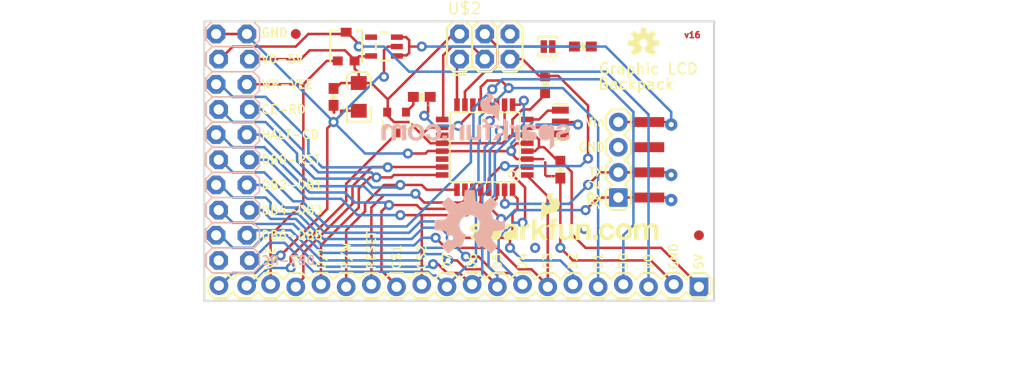
<source format=kicad_pcb>
(kicad_pcb (version 20211014) (generator pcbnew)
  (layers (0 "F.Cu" signal) (31 "B.Cu" signal) (34 "B.Paste" user) (35 "F.Paste" user) (36 "B.SilkS" user "B.Silkscreen") (37 "F.SilkS" user "F.Silkscreen") (38 "B.Mask" user) (39 "F.Mask" user) (44 "Edge.Cuts" user))
  (net 0 "")
  (net 1 "GND")
  (net 2 "TXD")
  (net 3 "RXD")
  (net 4 "VIN")
  (net 5 "5V")
  (net 6 "MISO")
  (net 7 "SCK")
  (net 8 "RST")
  (net 9 "MOSI")
  (net 10 "V0")
  (net 11 "DB0")
  (net 12 "DB1")
  (net 13 "DB2")
  (net 14 "DB3")
  (net 15 "DB4")
  (net 16 "DB5")
  (net 17 "DB6")
  (net 18 "DB7")
  (net 19 "CS2")
  (net 20 "CS1")
  (net 21 "RESET")
  (net 22 "R/W")
  (net 23 "D/I")
  (net 24 "EN")
  (net 25 "VEE")
  (net 26 "A")
  (net 27 "N$1")
  (net 28 "BL_EN")
  (net 29 "N$2")
  (net 30 "N$3")
  (net 31 "N$4")
  (footprint "boardEagle:0603-RES" (layer "F.Cu") (at 160.9692 93.4466 180)
    (fp_text reference "R4")
    (fp_text value "4.7K")
  )
  (footprint "boardEagle:EIA3216" (layer "F.Cu") (at 138.3792 98.5266 90)
    (fp_text reference "C4")
    (fp_text value "10uF")
  )
  (footprint "boardEagle:1X20_LOCK_SPECIAL" (layer "F.Cu") (at 172.6692 117.5766 180)
    (fp_text reference "JP3" hide)
    (fp_text value "M20SPECIAL" hide)
  )
  (footprint "boardEagle:0603-RES" (layer "F.Cu") (at 157.1592 97.2566 -90)
    (fp_text reference "R1")
    (fp_text value "10K")
  )
  (footprint "boardEagle:2X3" (layer "F.Cu") (at 148.5392 94.7166)
    (fp_text reference "U$2")
    (fp_text value "AVR_SPI_PRG_6PTH")
  )
  (footprint "boardEagle:1X04" (layer "F.Cu") (at 164.5412 108.6866 90)
    (fp_text reference "JP2")
    (fp_text value "")
  )
  (footprint "boardEagle:SJ_2S-NOTRACE" (layer "F.Cu") (at 157.4292 93.4466 180)
    (fp_text reference "SJ1")
    (fp_text value "SOLDERJUMPERNC2")
  )
  (footprint "boardEagle:0603-CAP" (layer "F.Cu") (at 158.6992 105.8766 90)
    (fp_text reference "C2")
    (fp_text value "0.1uF")
  )
  (footprint "boardEagle:TQFP32-08" (layer "F.Cu") (at 151.0792 103.6066 180)
    (fp_text reference "U2")
    (fp_text value "ATMEGA168")
  )
  (footprint "boardEagle:TRIMPOT-3MM" (layer "F.Cu") (at 137.1092 93.4466)
    (fp_text reference "R3")
    (fp_text value "TRIMPOTSMD")
  )
  (footprint "boardEagle:RESONATOR-SMD" (layer "F.Cu") (at 158.6992 101.0666 90)
    (fp_text reference "Y1")
    (fp_text value "RESONATORSMD")
  )
  (footprint "boardEagle:SOT23-5" (layer "F.Cu") (at 140.9192 93.4466 90)
    (fp_text reference "U1")
    (fp_text value "V_REG_LDOSMD")
  )
  (footprint "boardEagle:OSHW-LOGO-S" (layer "F.Cu") (at 167.0752 93.1006)
    (fp_text reference "LOGO3" hide)
    (fp_text value "OSHW-LOGOS" hide)
  )
  (footprint "boardEagle:FIDUCIAL-1X2" (layer "F.Cu") (at 172.6692 112.4966)
    (fp_text reference "U$10" hide)
    (fp_text value "FIDUCIAL1X2" hide)
  )
  (footprint "boardEagle:CREATIVE_COMMONS" (layer "F.Cu") (at 122.532544 125.4506)
    (fp_text reference "FRAME1" hide)
    (fp_text value "FRAME-LETTER" hide)
  )
  (footprint "boardEagle:SOT23-3" (layer "F.Cu") (at 142.1892 101.0666 180)
    (fp_text reference "Q1")
    (fp_text value "TRANSISTOR_PNPSMD")
  )
  (footprint "boardEagle:0603-CAP" (layer "F.Cu") (at 135.8392 98.5266 -90)
    (fp_text reference "C1")
    (fp_text value "0.1uF")
  )
  (footprint "boardEagle:SFE-NEW-WEBLOGO" (layer "F.Cu") (at 149.5552 113.8936)
    (fp_text reference "U$8" hide)
    (fp_text value "LOGO-SFENEW" hide)
  )
  (footprint "boardEagle:1X04-SMD" (layer "F.Cu") (at 172.6692 104.8766 90)
    (fp_text reference "JP1" hide)
    (fp_text value "" hide)
  )
  (footprint "boardEagle:FIDUCIAL-1X2" (layer "F.Cu") (at 132.0292 92.1766)
    (fp_text reference "U$9" hide)
    (fp_text value "FIDUCIAL1X2" hide)
  )
  (footprint "boardEagle:0603-RES" (layer "F.Cu") (at 144.7292 98.5266 180)
    (fp_text reference "R2")
    (fp_text value "330")
  )
  (footprint "boardEagle:OSHW-LOGO-L" (layer "B.Cu") (at 149.5552 111.4806 180)
    (fp_text reference "LOGO1" hide)
    (fp_text value "OSHW-LOGOL" hide)
  )
  (footprint "boardEagle:PAD.03X.05" (layer "B.Cu") (at 169.8752 106.4006 180)
    (fp_text reference "TP2" hide)
    (fp_text value "TXD" hide)
  )
  (footprint "boardEagle:PAD.03X.05" (layer "B.Cu") (at 169.8752 108.9406 180)
    (fp_text reference "TP1" hide)
    (fp_text value "RXD" hide)
  )
  (footprint "boardEagle:SFE-NEW-WEBLOGO" (layer "B.Cu") (at 159.7152 103.8606 180)
    (fp_text reference "LOGO2" hide)
    (fp_text value "LOGO-SFENEW" hide)
  )
  (footprint "boardEagle:PAD.03X.05" (layer "B.Cu") (at 169.8752 101.3206 180)
    (fp_text reference "TP3" hide)
    (fp_text value "VIN" hide)
  )
  (footprint "boardEagle:2X10_LOCK_SPECIAL" (layer "B.Cu") (at 125.6792 103.6066 -90)
    (fp_text reference "JP4" hide)
    (fp_text value "M10X2SPECIAL" hide)
  )
  (gr_line (start 174.1932 90.9066) (end 174.1932 119.1006) (layer "Edge.Cuts") (width 0.2032))
  (gr_line (start 122.809 90.9066) (end 174.1932 90.9066) (layer "Edge.Cuts") (width 0.2032))
  (gr_line (start 174.1932 119.1006) (end 122.809 119.1006) (layer "Edge.Cuts") (width 0.2032))
  (gr_line (start 122.809 119.1006) (end 122.809 90.9066) (layer "Edge.Cuts") (width 0.2032))
  (gr_text "v16" (at 172.9232 91.9226) (layer "F.Cu") (effects (font (size 0.6096 0.6096) (thickness 0.2032)) (justify right top)))
  (gr_text "DB7-NC" (at 128.4732 114.5286) (layer "B.SilkS") (effects (font (size 0.8636 0.8636) (thickness 0.1524)) (justify right top mirror)))
  (gr_text "Graphic LCD" (at 172.6692 95.0656) (layer "F.SilkS") (effects (font (size 1.0795 1.0795) (thickness 0.1905)) (justify right top)))
  (gr_text "D4" (at 155.3972 116.0526 90) (layer "F.SilkS") (effects (font (size 0.8636 0.8636) (thickness 0.1524)) (justify left bottom)))
  (gr_text "D2" (at 160.4772 116.0526 90) (layer "F.SilkS") (effects (font (size 0.8636 0.8636) (thickness 0.1524)) (justify left bottom)))
  (gr_text "RESET" (at 140.1572 116.0526 90) (layer "F.SilkS") (effects (font (size 0.8636 0.8636) (thickness 0.1524)) (justify left bottom)))
  (gr_text "CS1" (at 142.6972 116.0526 90) (layer "F.SilkS") (effects (font (size 0.8636 0.8636) (thickness 0.1524)) (justify left bottom)))
  (gr_text "DB0-RST" (at 128.4732 105.3846) (layer "F.SilkS") (effects (font (size 0.8636 0.8636) (thickness 0.1524)) (justify left bottom)))
  (gr_text "GND" (at 128.4732 92.5576) (layer "F.SilkS") (effects (font (size 0.8636 0.8636) (thickness 0.1524)) (justify left bottom)))
  (gr_text "D1" (at 163.0172 116.0526 90) (layer "F.SilkS") (effects (font (size 0.8636 0.8636) (thickness 0.1524)) (justify left bottom)))
  (gr_text "WR-VEE" (at 128.4732 97.7646) (layer "F.SilkS") (effects (font (size 0.8636 0.8636) (thickness 0.1524)) (justify left bottom)))
  (gr_text "TX" (at 163.1442 105.6386) (layer "F.SilkS") (effects (font (size 0.8636 0.8636) (thickness 0.1524)) (justify right top)))
  (gr_text "D3" (at 157.9372 116.0526 90) (layer "F.SilkS") (effects (font (size 0.8636 0.8636) (thickness 0.1524)) (justify left bottom)))
  (gr_text "V0-5V" (at 128.4732 95.2246) (layer "F.SilkS") (effects (font (size 0.8636 0.8636) (thickness 0.1524)) (justify left bottom)))
  (gr_text "CS2" (at 145.2372 116.0526 90) (layer "F.SilkS") (effects (font (size 0.8636 0.8636) (thickness 0.1524)) (justify left bottom)))
  (gr_text "D7" (at 147.7772 116.0526 90) (layer "F.SilkS") (effects (font (size 0.8636 0.8636) (thickness 0.1524)) (justify left bottom)))
  (gr_text "R/W" (at 137.6172 116.0526 90) (layer "F.SilkS") (effects (font (size 0.8636 0.8636) (thickness 0.1524)) (justify left bottom)))
  (gr_text "D0" (at 165.5572 116.0526 90) (layer "F.SilkS") (effects (font (size 0.8636 0.8636) (thickness 0.1524)) (justify left bottom)))
  (gr_text "DB2-DB1" (at 128.4732 107.9246) (layer "F.SilkS") (effects (font (size 0.8636 0.8636) (thickness 0.1524)) (justify left bottom)))
  (gr_text "RX" (at 163.1442 108.3056) (layer "F.SilkS") (effects (font (size 0.8636 0.8636) (thickness 0.1524)) (justify right top)))
  (gr_text "Vin" (at 163.2712 100.5586) (layer "F.SilkS") (effects (font (size 0.8636 0.8636) (thickness 0.1524)) (justify right top)))
  (gr_text "V0" (at 168.0972 116.0526 90) (layer "F.SilkS") (effects (font (size 0.8636 0.8636) (thickness 0.1524)) (justify left bottom)))
  (gr_text "Backpack" (at 162.3982 97.8596) (layer "F.SilkS") (effects (font (size 1.0795 1.0795) (thickness 0.1905)) (justify left bottom)))
  (gr_text "GND" (at 170.6372 116.0526 90) (layer "F.SilkS") (effects (font (size 0.8636 0.8636) (thickness 0.1524)) (justify left bottom)))
  (gr_text "En" (at 132.5372 116.0526 90) (layer "F.SilkS") (effects (font (size 0.8636 0.8636) (thickness 0.1524)) (justify left bottom)))
  (gr_text "DB4-DB3" (at 128.4732 110.4646) (layer "F.SilkS") (effects (font (size 0.8636 0.8636) (thickness 0.1524)) (justify left bottom)))
  (gr_text "CE-RD" (at 128.4732 100.3046) (layer "F.SilkS") (effects (font (size 0.8636 0.8636) (thickness 0.1524)) (justify left bottom)))
  (gr_text "D/I" (at 135.0772 116.0526 90) (layer "F.SilkS") (effects (font (size 0.8636 0.8636) (thickness 0.1524)) (justify left bottom)))
  (gr_text "HALT-CD" (at 128.4732 102.8446) (layer "F.SilkS") (effects (font (size 0.8636 0.8636) (thickness 0.1524)) (justify left bottom)))
  (gr_text "VEE" (at 129.9972 116.0526 90) (layer "F.SilkS") (effects (font (size 0.8636 0.8636) (thickness 0.1524)) (justify left bottom)))
  (gr_text "D5" (at 152.8572 116.0526 90) (layer "F.SilkS") (effects (font (size 0.8636 0.8636) (thickness 0.1524)) (justify left bottom)))
  (gr_text "D6" (at 150.3172 116.0526 90) (layer "F.SilkS") (effects (font (size 0.8636 0.8636) (thickness 0.1524)) (justify left bottom)))
  (gr_text "5V" (at 173.1772 116.0526 90) (layer "F.SilkS") (effects (font (size 0.8636 0.8636) (thickness 0.1524)) (justify left bottom)))
  (gr_text "DB6-DB5" (at 128.4732 113.0046) (layer "F.SilkS") (effects (font (size 0.8636 0.8636) (thickness 0.1524)) (justify left bottom)))
  (gr_text "GND" (at 163.2712 103.0986) (layer "F.SilkS") (effects (font (size 0.8636 0.8636) (thickness 0.1524)) (justify right top)))
  (segment (start 153.4922 104.0066) (end 153.4922 103.9876) (width 0.254) (layer "F.Cu") (net 1))
  (segment (start 153.9812 104.0066) (end 154.0002 103.9876) (width 0.254) (layer "F.Cu") (net 1))
  (segment (start 141.3002 93.4466) (end 142.2193 93.4466) (width 0.254) (layer "F.Cu") (net 1))
  (segment (start 157.3022 106.5276) (end 157.1752 106.4006) (width 0.254) (layer "F.Cu") (net 1))
  (segment (start 159.9692 115.0366) (end 167.5892 115.0366) (width 0.254) (layer "F.Cu") (net 1))
  (segment (start 135.8392 101.0666) (end 136.6012 100.3046) (width 0.254) (layer "F.Cu") (net 1))
  (segment (start 130.5052 114.5286) (end 135.2042 109.8296) (width 0.254) (layer "F.Cu") (net 1))
  (segment (start 170.1292 117.4496) (end 170.1292 117.3446) (width 0.254) (layer "F.Cu") (net 1))
  (segment (start 136.6012 99.9236) (end 138.3792 99.9236) (width 0.254) (layer "F.Cu") (net 1))
  (segment (start 143.3322 104.2416) (end 145.1102 104.2416) (width 0.254) (layer "F.Cu") (net 1))
  (segment (start 154.3112 104.8066) (end 155.3718 104.8066) (width 0.254) (layer "F.Cu") (net 1))
  (segment (start 146.7612 103.9876) (end 146.7802 104.0066) (width 0.254) (layer "F.Cu") (net 1))
  (segment (start 157.1752 106.4006) (end 157.1752 105.1306) (width 0.254) (layer "F.Cu") (net 1))
  (segment (start 153.4922 104.0066) (end 153.9812 104.0066) (width 0.254) (layer "F.Cu") (net 1))
  (segment (start 160.2232 101.0666) (end 158.6992 101.0666) (width 0.254) (layer "F.Cu") (net 1))
  (segment (start 135.2042 109.8296) (end 135.2042 101.7016) (width 0.254) (layer "F.Cu") (net 1))
  (segment (start 158.6992 106.5276) (end 157.3022 106.5276) (width 0.254) (layer "F.Cu") (net 1))
  (segment (start 146.7802 104.0066) (end 146.7866 104.0066) (width 0.254) (layer "F.Cu") (net 1))
  (segment (start 170.1292 117.3446) (end 167.8852 115.1006) (width 0.254) (layer "F.Cu") (net 1))
  (segment (start 146.7866 104.0066) (end 153.4922 104.0066) (width 0.254) (layer "F.Cu") (net 1))
  (segment (start 155.3972 103.2256) (end 155.3782 103.2066) (width 0.254) (layer "F.Cu") (net 1))
  (segment (start 158.6992 106.7266) (end 158.6992 113.7666) (width 0.254) (layer "F.Cu") (net 1))
  (segment (start 158.6992 106.7266) (end 158.6992 106.5276) (width 0.254) (layer "F.Cu") (net 1))
  (segment (start 155.3718 104.8066) (end 156.9782 104.8066) (width 0.254) (layer "F.Cu") (net 1))
  (segment (start 154.0002 103.9876) (end 154.0002 103.4796) (width 0.254) (layer "F.Cu") (net 1))
  (segment (start 155.3782 103.2066) (end 155.3718 103.2066) (width 0.254) (layer "F.Cu") (net 1))
  (segment (start 145.3642 103.9876) (end 146.7612 103.9876) (width 0.254) (layer "F.Cu") (net 1))
  (segment (start 154.0002 103.4796) (end 154.2542 103.2256) (width 0.254) (layer "F.Cu") (net 1))
  (segment (start 138.3792 99.9236) (end 138.3792 99.9266) (width 0.254) (layer "F.Cu") (net 1))
  (segment (start 154.0002 104.4956) (end 154.3112 104.8066) (width 0.254) (layer "F.Cu") (net 1))
  (segment (start 135.8542 100.0696) (end 135.8852 100.1006) (width 0.254) (layer "F.Cu") (net 1))
  (segment (start 154.0002 103.9876) (end 154.0002 104.4956) (width 0.254) (layer "F.Cu") (net 1))
  (segment (start 140.9192 96.4946) (end 140.9192 93.8276) (width 0.254) (layer "F.Cu") (net 1))
  (segment (start 153.4922 103.9876) (end 153.7462 103.9876) (width 0.254) (layer "F.Cu") (net 1))
  (segment (start 145.1102 104.2416) (end 145.3642 103.9876) (width 0.254) (layer "F.Cu") (net 1))
  (segment (start 135.8542 99.1316) (end 135.8542 100.0696) (width 0.254) (layer "F.Cu") (net 1))
  (segment (start 135.8542 99.1316) (end 135.8852 99.1006) (width 0.254) (layer "F.Cu") (net 1))
  (segment (start 136.6012 100.3046) (end 136.6012 99.9236) (width 0.254) (layer "F.Cu") (net 1))
  (segment (start 140.9192 93.8276) (end 141.3002 93.4466) (width 0.254) (layer "F.Cu") (net 1))
  (segment (start 127.1016 92.1766) (end 124.0028 92.1766) (width 0.254) (layer "F.Cu") (net 1))
  (segment (start 135.8852 100.1006) (end 135.8852 99.1006) (width 0.254) (layer "F.Cu") (net 1))
  (segment (start 154.2542 103.2256) (end 155.3972 103.2256) (width 0.254) (layer "F.Cu") (net 1))
  (segment (start 167.6692 103.6066) (end 168.3512 103.6066) (width 0.254) (layer "F.Cu") (net 1))
  (segment (start 160.4772 101.3206) (end 160.2232 101.0666) (width 0.254) (layer "F.Cu") (net 1))
  (segment (start 135.2042 101.7016) (end 135.8392 101.0666) (width 0.254) (layer "F.Cu") (net 1))
  (segment (start 158.6992 113.7666) (end 159.9692 115.0366) (width 0.254) (layer "F.Cu") (net 1))
  (via (at 156.1592 113.7666) (size 1.016) (drill 0.508) (layers "F.Cu" "B.Cu") (net 1))
  (via (at 153.7462 103.9876) (size 1.016) (drill 0.508) (layers "F.Cu" "B.Cu") (net 1))
  (via (at 130.5052 114.5286) (size 1.016) (drill 0.508) (layers "F.Cu" "B.Cu") (net 1))
  (via (at 161.1122 111.8616) (size 1.016) (drill 0.508) (layers "F.Cu" "B.Cu") (net 1))
  (via (at 160.4772 101.3206) (size 1.016) (drill 0.508) (layers "F.Cu" "B.Cu") (net 1))
  (via (at 143.3322 104.2416) (size 1.016) (drill 0.508) (layers "F.Cu" "B.Cu") (net 1))
  (via (at 135.8392 101.0666) (size 1.016) (drill 0.508) (layers "F.Cu" "B.Cu") (net 1))
  (via (at 140.9192 96.4946) (size 1.016) (drill 0.508) (layers "F.Cu" "B.Cu") (net 1))
  (via (at 158.6992 113.7666) (size 1.016) (drill 0.508) (layers "F.Cu" "B.Cu") (net 1))
  (segment (start 139.0142 104.2416) (end 143.3322 104.2416) (width 0.254) (layer "B.Cu") (net 1))
  (segment (start 127.1016 92.317) (end 135.8852 101.1006) (width 0.254) (layer "B.Cu") (net 1))
  (segment (start 125.6792 116.3066) (end 127.9652 116.3066) (width 0.254) (layer "B.Cu") (net 1))
  (segment (start 127.1016 92.1766) (end 127.1016 92.317) (width 0.254) (layer "B.Cu") (net 1))
  (segment (start 129.8702 115.1636) (end 128.9812 115.1636) (width 0.254) (layer "B.Cu") (net 1))
  (segment (start 135.8392 101.0666) (end 139.0142 104.2416) (width 0.254) (layer "B.Cu") (net 1))
  (segment (start 127.9652 116.3066) (end 129.7432 114.5286) (width 0.254) (layer "B.Cu") (net 1))
  (segment (start 129.7432 114.5286) (end 130.5052 114.5286) (width 0.254) (layer "B.Cu") (net 1))
  (segment (start 135.8392 101.0666) (end 140.4112 96.4946) (width 0.254) (layer "B.Cu") (net 1))
  (segment (start 156.2862 101.3206) (end 160.4772 101.3206) (width 0.254) (layer "B.Cu") (net 1))
  (segment (start 153.7462 103.9876) (end 153.7462 103.2396) (width 0.254) (layer "B.Cu") (net 1))
  (segment (start 124.2822 117.5766) (end 124.4092 117.5766) (width 0.254) (layer "B.Cu") (net 1))
  (segment (start 125.6792 116.3066) (end 124.4092 117.5766) (width 0.254) (layer "B.Cu") (net 1))
  (segment (start 140.4112 96.4946) (end 140.9192 96.4946) (width 0.254) (layer "B.Cu") (net 1))
  (segment (start 153.7462 103.2396) (end 155.8852 101.1006) (width 0.254) (layer "B.Cu") (net 1))
  (segment (start 130.5052 114.5286) (end 129.8702 115.1636) (width 0.254) (layer "B.Cu") (net 1))
  (segment (start 124.2822 117.5766) (end 124.5362 117.5766) (width 0.254) (layer "B.Cu") (net 1))
  (segment (start 153.0792 109.2896) (end 153.0792 107.8992) (width 0.254) (layer "F.Cu") (net 2))
  (segment (start 153.1112 109.3216) (end 153.0792 109.2896) (width 0.254) (layer "F.Cu") (net 2))
  (segment (start 161.4932 107.4166) (end 162.7632 106.1466) (width 0.254) (layer "F.Cu") (net 2))
  (segment (start 162.7632 106.1466) (end 164.5412 106.1466) (width 0.254) (layer "F.Cu") (net 2))
  (segment (start 167.6692 106.1466) (end 169.6212 106.1466) (width 0.254) (layer "F.Cu") (net 2))
  (segment (start 164.5412 106.1466) (end 167.6692 106.1466) (width 0.254) (layer "F.Cu") (net 2))
  (segment (start 164.5412 106.1466) (end 167.6692 106.1466) (width 0.254) (layer "F.Cu") (net 2))
  (segment (start 169.6212 106.1466) (end 169.8752 106.4006) (width 0.254) (layer "F.Cu") (net 2))
  (via (at 169.8752 106.4006) (size 1.016) (drill 0.508) (layers "F.Cu" "B.Cu") (net 2))
  (via (at 153.1112 109.3216) (size 1.016) (drill 0.508) (layers "F.Cu" "B.Cu") (net 2))
  (via (at 161.4932 107.4166) (size 1.016) (drill 0.508) (layers "F.Cu" "B.Cu") (net 2))
  (segment (start 159.5882 109.3216) (end 161.4932 107.4166) (width 0.254) (layer "B.Cu") (net 2))
  (segment (start 153.1112 109.3216) (end 159.5882 109.3216) (width 0.254) (layer "B.Cu") (net 2))
  (segment (start 162.5092 108.6866) (end 163.5252 108.6866) (width 0.254) (layer "F.Cu") (net 3))
  (segment (start 152.2792 108.7566) (end 152.2792 107.8992) (width 0.254) (layer "F.Cu") (net 3))
  (segment (start 164.5412 108.6866) (end 167.6692 108.6866) (width 0.254) (layer "F.Cu") (net 3))
  (segment (start 151.7142 109.3216) (end 152.2792 108.7566) (width 0.254) (layer "F.Cu") (net 3))
  (segment (start 161.2392 109.9566) (end 162.5092 108.6866) (width 0.254) (layer "F.Cu") (net 3))
  (segment (start 167.6692 108.6866) (end 169.6212 108.6866) (width 0.254) (layer "F.Cu") (net 3))
  (segment (start 163.5252 108.6866) (end 164.5412 108.6866) (width 0.254) (layer "F.Cu") (net 3))
  (segment (start 151.7142 109.8296) (end 151.7142 109.3216) (width 0.254) (layer "F.Cu") (net 3))
  (segment (start 169.6212 108.6866) (end 169.8752 108.9406) (width 0.254) (layer "F.Cu") (net 3))
  (segment (start 152.7302 110.8456) (end 151.7142 109.8296) (width 0.254) (layer "F.Cu") (net 3))
  (via (at 152.7302 110.8456) (size 1.016) (drill 0.508) (layers "F.Cu" "B.Cu") (net 3))
  (via (at 161.2392 109.9566) (size 1.016) (drill 0.508) (layers "F.Cu" "B.Cu") (net 3))
  (via (at 169.8752 108.9406) (size 1.016) (drill 0.508) (layers "F.Cu" "B.Cu") (net 3))
  (segment (start 153.2382 110.8456) (end 154.1272 109.9566) (width 0.254) (layer "B.Cu") (net 3))
  (segment (start 152.7302 110.8456) (end 153.2382 110.8456) (width 0.254) (layer "B.Cu") (net 3))
  (segment (start 154.1272 109.9566) (end 161.2392 109.9566) (width 0.254) (layer "B.Cu") (net 3))
  (segment (start 143.4592 93.4466) (end 144.7292 93.4466) (width 0.254) (layer "F.Cu") (net 4))
  (segment (start 142.3162 94.3356) (end 143.2052 94.3356) (width 0.254) (layer "F.Cu") (net 4))
  (segment (start 142.2193 92.4607) (end 142.1892 92.4306) (width 0.254) (layer "F.Cu") (net 4))
  (segment (start 143.4592 94.0816) (end 143.4592 93.4466) (width 0.254) (layer "F.Cu") (net 4))
  (segment (start 142.2193 94.3966) (end 142.2552 94.3966) (width 0.254) (layer "F.Cu") (net 4))
  (segment (start 143.4592 92.8116) (end 143.1442 92.4966) (width 0.254) (layer "F.Cu") (net 4))
  (segment (start 169.8752 101.3206) (end 169.6212 101.0666) (width 0.254) (layer "F.Cu") (net 4))
  (segment (start 142.2193 92.4966) (end 142.2193 92.4607) (width 0.254) (layer "F.Cu") (net 4))
  (segment (start 143.2052 94.3356) (end 143.4592 94.0816) (width 0.254) (layer "F.Cu") (net 4))
  (segment (start 143.4592 93.4466) (end 143.4592 92.8116) (width 0.254) (layer "F.Cu") (net 4))
  (segment (start 143.1442 92.4966) (end 142.2193 92.4966) (width 0.254) (layer "F.Cu") (net 4))
  (segment (start 167.6692 101.0666) (end 164.5412 101.0666) (width 0.254) (layer "F.Cu") (net 4))
  (segment (start 169.6212 101.0666) (end 167.6692 101.0666) (width 0.254) (layer "F.Cu") (net 4))
  (segment (start 142.2552 94.3966) (end 142.3162 94.3356) (width 0.254) (layer "F.Cu") (net 4))
  (via (at 169.8752 101.3206) (size 1.016) (drill 0.508) (layers "F.Cu" "B.Cu") (net 4))
  (via (at 144.7292 93.4466) (size 1.016) (drill 0.508) (layers "F.Cu" "B.Cu") (net 4))
  (segment (start 169.8752 100.0506) (end 169.8752 101.3206) (width 0.254) (layer "B.Cu") (net 4))
  (segment (start 163.2712 93.4466) (end 169.8752 100.0506) (width 0.254) (layer "B.Cu") (net 4))
  (segment (start 144.7292 93.4466) (end 163.2712 93.4466) (width 0.254) (layer "B.Cu") (net 4))
  (segment (start 145.5992 103.2066) (end 146.7866 103.2066) (width 0.254) (layer "F.Cu") (net 5))
  (segment (start 141.3002 100.0506) (end 141.2842 100.0666) (width 0.254) (layer "F.Cu") (net 5))
  (segment (start 156.1022 102.4066) (end 156.5402 102.8446) (width 0.254) (layer "F.Cu") (net 5))
  (segment (start 144.7292 102.3366) (end 145.5992 103.2066) (width 0.254) (layer "F.Cu") (net 5))
  (segment (start 138.3792 97.1266) (end 139.6462 97.1266) (width 0.254) (layer "F.Cu") (net 5))
  (segment (start 156.1402 104.0066) (end 155.3718 104.0066) (width 0.254) (layer "F.Cu") (net 5))
  (segment (start 153.8732 100.8126) (end 154.8892 99.7966) (width 0.254) (layer "F.Cu") (net 5))
  (segment (start 157.1592 98.2886) (end 155.6512 99.7966) (width 0.254) (layer "F.Cu") (net 5))
  (segment (start 139.6462 97.1266) (end 141.3002 98.7806) (width 0.254) (layer "F.Cu") (net 5))
  (segment (start 133.4262 93.8276) (end 136.9822 93.8276) (width 0.254) (layer "F.Cu") (net 5))
  (segment (start 158.8852 105.1436) (end 159.8422 106.1006) (width 0.254) (layer "F.Cu") (net 5))
  (segment (start 153.8732 102.4636) (end 155.3972 102.4636) (width 0.254) (layer "F.Cu") (net 5))
  (segment (start 138.3792 96.1136) (end 138.3792 97.1266) (width 0.254) (layer "F.Cu") (net 5))
  (segment (start 155.3718 102.4382) (end 155.3718 102.4066) (width 0.254) (layer "F.Cu") (net 5))
  (segment (start 159.8422 106.1006) (end 159.8422 112.3696) (width 0.254) (layer "F.Cu") (net 5))
  (segment (start 172.6692 117.7036) (end 172.6692 117.5766) (width 0.254) (layer "F.Cu") (net 5))
  (segment (start 158.6992 105.0266) (end 158.4682 105.0266) (width 0.254) (layer "F.Cu") (net 5))
  (segment (start 156.5402 103.6066) (end 156.1402 104.0066) (width 0.254) (layer "F.Cu") (net 5))
  (segment (start 141.3002 98.7806) (end 141.3002 100.0506) (width 0.254) (layer "F.Cu") (net 5))
  (segment (start 137.9592 95.6936) (end 138.3792 96.1136) (width 0.254) (layer "F.Cu") (net 5))
  (segment (start 155.3972 102.4636) (end 155.3718 102.4382) (width 0.254) (layer "F.Cu") (net 5))
  (segment (start 137.9592 94.8826) (end 137.9592 94.8966) (width 0.254) (layer "F.Cu") (net 5))
  (segment (start 172.6692 117.5766) (end 168.8592 113.7666) (width 0.254) (layer "F.Cu") (net 5))
  (segment (start 146.7866 103.2066) (end 152.8762 103.2066) (width 0.254) (layer "F.Cu") (net 5))
  (segment (start 137.9982 94.8436) (end 138.4093 94.4325) (width 0.254) (layer "F.Cu") (net 5))
  (segment (start 152.8762 103.2066) (end 153.6192 102.4636) (width 0.254) (layer "F.Cu") (net 5))
  (segment (start 153.6192 102.4636) (end 153.8732 102.4636) (width 0.254) (layer "F.Cu") (net 5))
  (segment (start 138.3792 97.1296) (end 136.5862 97.1296) (width 0.254) (layer "F.Cu") (net 5))
  (segment (start 159.8422 112.3696) (end 161.2392 113.7666) (width 0.254) (layer "F.Cu") (net 5))
  (segment (start 161.2392 113.7666) (end 168.8592 113.7666) (width 0.254) (layer "F.Cu") (net 5))
  (segment (start 158.4682 105.0266) (end 157.0482 103.6066) (width 0.254) (layer "F.Cu") (net 5))
  (segment (start 138.4093 94.4325) (end 139.6191 94.4325) (width 0.254) (layer "F.Cu") (net 5))
  (segment (start 135.8392 97.6766) (end 136.0392 97.6766) (width 0.254) (layer "F.Cu") (net 5))
  (segment (start 153.8732 102.4636) (end 153.8732 100.8126) (width 0.254) (layer "F.Cu") (net 5))
  (segment (start 145.4592 101.6066) (end 146.7866 101.6066) (width 0.254) (layer "F.Cu") (net 5))
  (segment (start 137.9982 94.8436) (end 137.9592 94.8826) (width 0.254) (layer "F.Cu") (net 5))
  (segment (start 141.2392 100.0666) (end 141.2392 100.3706) (width 0.254) (layer "F.Cu") (net 5))
  (segment (start 127.3556 94.7166) (end 132.5372 94.7166) (width 0.254) (layer "F.Cu") (net 5))
  (segment (start 138.3792 97.1266) (end 138.3792 97.1296) (width 0.254) (layer "F.Cu") (net 5))
  (segment (start 136.9822 93.8276) (end 137.9982 94.8436) (width 0.254) (layer "F.Cu") (net 5))
  (segment (start 141.3002 98.7806) (end 147.9042 92.1766) (width 0.254) (layer "F.Cu") (net 5))
  (segment (start 136.0392 97.6766) (end 136.5862 97.1296) (width 0.254) (layer "F.Cu") (net 5))
  (segment (start 157.1592 98.1066) (end 157.1592 98.2886) (width 0.254) (layer "F.Cu") (net 5))
  (segment (start 155.3718 102.4066) (end 156.1022 102.4066) (width 0.254) (layer "F.Cu") (net 5))
  (segment (start 141.2842 100.0666) (end 141.2392 100.0666) (width 0.254) (layer "F.Cu") (net 5))
  (segment (start 158.8112 105.0266) (end 158.8852 105.1006) (width 0.254) (layer "F.Cu") (net 5))
  (segment (start 154.8892 99.7966) (end 155.6512 99.7966) (width 0.254) (layer "F.Cu") (net 5))
  (segment (start 139.6191 94.4325) (end 139.6191 94.3966) (width 0.254) (layer "F.Cu") (net 5))
  (segment (start 141.2392 100.3706) (end 141.9352 101.0666) (width 0.254) (layer "F.Cu") (net 5))
  (segment (start 143.4592 101.0666) (end 144.7292 102.3366) (width 0.254) (layer "F.Cu") (net 5))
  (segment (start 156.5402 102.8446) (end 156.5402 103.6066) (width 0.254) (layer "F.Cu") (net 5))
  (segment (start 139.6191 94.4325) (end 139.9333 94.4325) (width 0.254) (layer "F.Cu") (net 5))
  (segment (start 147.9042 92.1766) (end 148.5392 92.1766) (width 0.254) (layer "F.Cu") (net 5))
  (segment (start 141.9352 101.0666) (end 143.4592 101.0666) (width 0.254) (layer "F.Cu") (net 5))
  (segment (start 137.9592 94.8966) (end 137.9592 95.6936) (width 0.254) (layer "F.Cu") (net 5))
  (segment (start 158.6992 105.0266) (end 158.8112 105.0266) (width 0.254) (layer "F.Cu") (net 5))
  (segment (start 144.7292 102.3366) (end 145.4592 101.6066) (width 0.254) (layer "F.Cu") (net 5))
  (segment (start 132.5372 94.7166) (end 133.4262 93.8276) (width 0.254) (layer "F.Cu") (net 5))
  (segment (start 156.5402 103.6066) (end 157.0482 103.6066) (width 0.254) (layer "F.Cu") (net 5))
  (segment (start 158.8852 105.1006) (end 158.8852 105.1436) (width 0.254) (layer "F.Cu") (net 5))
  (segment (start 148.2792 94.9766) (end 148.5392 94.7166) (width 0.254) (layer "F.Cu") (net 6))
  (segment (start 148.2792 99.314) (end 148.2792 94.9766) (width 0.254) (layer "F.Cu") (net 6))
  (segment (start 146.7672 100.8066) (end 146.7612 100.8126) (width 0.254) (layer "F.Cu") (net 7))
  (segment (start 149.8092 93.4466) (end 151.0792 94.7166) (width 0.254) (layer "F.Cu") (net 7))
  (segment (start 146.8882 94.3356) (end 147.7772 93.4466) (width 0.254) (layer "F.Cu") (net 7))
  (segment (start 146.8882 100.6856) (end 146.8882 94.3356) (width 0.254) (layer "F.Cu") (net 7))
  (segment (start 146.7672 100.8066) (end 146.8882 100.6856) (width 0.254) (layer "F.Cu") (net 7))
  (segment (start 146.7866 100.8066) (end 146.7672 100.8066) (width 0.254) (layer "F.Cu") (net 7))
  (segment (start 147.7772 93.4466) (end 149.8092 93.4466) (width 0.254) (layer "F.Cu") (net 7))
  (segment (start 161.4932 99.4156) (end 158.4842 96.4066) (width 0.254) (layer "F.Cu") (net 8))
  (segment (start 151.4792 106.7626) (end 152.7302 105.5116) (width 0.254) (layer "F.Cu") (net 8))
  (segment (start 157.1592 96.4066) (end 158.4842 96.4066) (width 0.254) (layer "F.Cu") (net 8))
  (segment (start 156.1592 95.9866) (end 156.0792 95.9066) (width 0.254) (layer "F.Cu") (net 8))
  (segment (start 151.4792 107.8992) (end 151.4792 106.7626) (width 0.254) (layer "F.Cu") (net 8))
  (segment (start 156.5792 96.4066) (end 156.1592 95.9866) (width 0.254) (layer "F.Cu") (net 8))
  (segment (start 161.4932 104.7496) (end 161.4932 99.4156) (width 0.254) (layer "F.Cu") (net 8))
  (segment (start 154.8892 94.7166) (end 153.6192 94.7166) (width 0.254) (layer "F.Cu") (net 8))
  (segment (start 152.7302 105.5116) (end 153.1112 105.5116) (width 0.254) (layer "F.Cu") (net 8))
  (segment (start 157.1592 96.4066) (end 156.5792 96.4066) (width 0.254) (layer "F.Cu") (net 8))
  (segment (start 156.0792 95.9066) (end 154.8892 94.7166) (width 0.254) (layer "F.Cu") (net 8))
  (via (at 161.4932 104.7496) (size 1.016) (drill 0.508) (layers "F.Cu" "B.Cu") (net 8))
  (via (at 153.1112 105.5116) (size 1.016) (drill 0.508) (layers "F.Cu" "B.Cu") (net 8))
  (segment (start 160.7312 105.5116) (end 161.4932 104.7496) (width 0.254) (layer "B.Cu") (net 8))
  (segment (start 153.1112 105.5116) (end 160.7312 105.5116) (width 0.254) (layer "B.Cu") (net 8))
  (segment (start 152.3492 93.4466) (end 157.0292 93.4466) (width 0.254) (layer "F.Cu") (net 9))
  (segment (start 149.0792 97.9866) (end 151.0792 95.9866) (width 0.254) (layer "F.Cu") (net 9))
  (segment (start 151.0792 95.9866) (end 151.7142 95.9866) (width 0.254) (layer "F.Cu") (net 9))
  (segment (start 152.3492 93.4466) (end 151.0792 92.1766) (width 0.254) (layer "F.Cu") (net 9))
  (segment (start 149.0792 99.314) (end 149.0792 97.9866) (width 0.254) (layer "F.Cu") (net 9))
  (segment (start 152.3492 95.3516) (end 152.3492 93.4466) (width 0.254) (layer "F.Cu") (net 9))
  (segment (start 151.7142 95.9866) (end 152.3492 95.3516) (width 0.254) (layer "F.Cu") (net 9))
  (segment (start 137.1832 91.9966) (end 138.3792 93.1926) (width 0.254) (layer "F.Cu") (net 10))
  (segment (start 133.2992 92.1766) (end 136.8552 92.1766) (width 0.254) (layer "F.Cu") (net 10))
  (segment (start 132.0292 93.4466) (end 133.2992 92.1766) (width 0.254) (layer "F.Cu") (net 10))
  (segment (start 138.3792 93.1926) (end 138.3792 93.4466) (width 0.254) (layer "F.Cu") (net 10))
  (segment (start 136.8552 92.1766) (end 137.1092 91.9226) (width 0.254) (layer "F.Cu") (net 10))
  (segment (start 125.6792 93.4466) (end 132.0292 93.4466) (width 0.254) (layer "F.Cu") (net 10))
  (segment (start 137.1092 91.9226) (end 137.1092 91.9966) (width 0.254) (layer "F.Cu") (net 10))
  (segment (start 137.1092 91.9966) (end 137.1832 91.9966) (width 0.254) (layer "F.Cu") (net 10))
  (segment (start 124.4092 94.7166) (end 125.6792 93.4466) (width 0.254) (layer "F.Cu") (net 10))
  (segment (start 124.2568 94.7166) (end 124.4092 94.7166) (width 0.254) (layer "F.Cu") (net 10))
  (via (at 138.3792 93.4466) (size 1.016) (drill 0.508) (layers "F.Cu" "B.Cu") (net 10))
  (segment (start 140.9192 93.4466) (end 143.4592 95.9866) (width 0.254) (layer "B.Cu") (net 10))
  (segment (start 163.2712 95.9866) (end 167.5892 100.3046) (width 0.254) (layer "B.Cu") (net 10))
  (segment (start 167.5892 100.3046) (end 167.5892 117.7036) (width 0.254) (layer "B.Cu") (net 10))
  (segment (start 143.4592 95.9866) (end 163.2712 95.9866) (width 0.254) (layer "B.Cu") (net 10))
  (segment (start 138.3792 93.4466) (end 140.9192 93.4466) (width 0.254) (layer "B.Cu") (net 10))
  (segment (start 151.8412 97.7646) (end 151.4792 98.1266) (width 0.254) (layer "F.Cu") (net 11))
  (segment (start 151.4792 98.1266) (end 151.4792 99.314) (width 0.254) (layer "F.Cu") (net 11))
  (via (at 151.8412 97.7646) (size 1.016) (drill 0.508) (layers "F.Cu" "B.Cu") (net 11))
  (segment (start 165.0492 112.4966) (end 165.0492 117.4496) (width 0.254) (layer "B.Cu") (net 11))
  (segment (start 135.2042 111.6076) (end 143.2052 111.6076) (width 0.254) (layer "B.Cu") (net 11))
  (segment (start 125.6792 106.1466) (end 128.8542 106.1466) (width 0.254) (layer "B.Cu") (net 11))
  (segment (start 132.6642 109.0676) (end 135.2042 111.6076) (width 0.254) (layer "B.Cu") (net 11))
  (segment (start 149.6822 105.1306) (end 149.6822 102.8446) (width 0.254) (layer "B.Cu") (net 11))
  (segment (start 149.6822 102.8446) (end 149.9362 102.5906) (width 0.254) (layer "B.Cu") (net 11))
  (segment (start 124.4092 104.8766) (end 125.6792 106.1466) (width 0.254) (layer "B.Cu") (net 11))
  (segment (start 128.8542 106.1466) (end 131.7752 109.0676) (width 0.254) (layer "B.Cu") (net 11))
  (segment (start 149.9362 99.6696) (end 151.8412 97.7646) (width 0.254) (layer "B.Cu") (net 11))
  (segment (start 151.8412 97.7646) (end 152.8572 96.7486) (width 0.254) (layer "B.Cu") (net 11))
  (segment (start 166.0652 111.4806) (end 165.0492 112.4966) (width 0.254) (layer "B.Cu") (net 11))
  (segment (start 143.2052 111.6076) (end 149.6822 105.1306) (width 0.254) (layer "B.Cu") (net 11))
  (segment (start 166.0652 100.0506) (end 166.0652 111.4806) (width 0.254) (layer "B.Cu") (net 11))
  (segment (start 149.9362 102.5906) (end 149.9362 99.6696) (width 0.254) (layer "B.Cu") (net 11))
  (segment (start 131.7752 109.0676) (end 132.6642 109.0676) (width 0.254) (layer "B.Cu") (net 11))
  (segment (start 162.7632 96.7486) (end 166.0652 100.0506) (width 0.254) (layer "B.Cu") (net 11))
  (segment (start 124.2568 104.8766) (end 124.4092 104.8766) (width 0.254) (layer "B.Cu") (net 11))
  (segment (start 152.8572 96.7486) (end 162.7632 96.7486) (width 0.254) (layer "B.Cu") (net 11))
  (segment (start 152.7302 96.8756) (end 151.3332 96.8756) (width 0.254) (layer "F.Cu") (net 12))
  (segment (start 150.6792 97.5296) (end 150.6792 99.314) (width 0.254) (layer "F.Cu") (net 12))
  (segment (start 151.3332 96.8756) (end 150.6792 97.5296) (width 0.254) (layer "F.Cu") (net 12))
  (segment (start 153.4922 97.6376) (end 152.7302 96.8756) (width 0.254) (layer "F.Cu") (net 12))
  (via (at 153.4922 97.6376) (size 1.016) (drill 0.508) (layers "F.Cu" "B.Cu") (net 12))
  (segment (start 150.4442 107.0356) (end 150.4442 103.3526) (width 0.254) (layer "B.Cu") (net 12))
  (segment (start 162.5092 101.1936) (end 162.5092 117.7036) (width 0.254) (layer "B.Cu") (net 12))
  (segment (start 149.5552 109.1946) (end 149.5552 107.9246) (width 0.254) (layer "B.Cu") (net 12))
  (segment (start 128.6002 107.4166) (end 130.8862 109.7026) (width 0.254) (layer "B.Cu") (net 12))
  (segment (start 153.4922 97.6376) (end 158.9532 97.6376) (width 0.254) (layer "B.Cu") (net 12))
  (segment (start 150.5712 103.2256) (end 150.5712 100.5586) (width 0.254) (layer "B.Cu") (net 12))
  (segment (start 150.5712 100.5586) (end 153.4922 97.6376) (width 0.254) (layer "B.Cu") (net 12))
  (segment (start 149.5552 107.9246) (end 150.4442 107.0356) (width 0.254) (layer "B.Cu") (net 12))
  (segment (start 147.6502 111.0996) (end 149.5552 109.1946) (width 0.254) (layer "B.Cu") (net 12))
  (segment (start 150.4442 103.3526) (end 150.5712 103.2256) (width 0.254) (layer "B.Cu") (net 12))
  (segment (start 143.4592 112.2426) (end 144.6022 111.0996) (width 0.254) (layer "B.Cu") (net 12))
  (segment (start 127.1016 107.4166) (end 128.6002 107.4166) (width 0.254) (layer "B.Cu") (net 12))
  (segment (start 132.4102 109.7026) (end 134.9502 112.2426) (width 0.254) (layer "B.Cu") (net 12))
  (segment (start 130.8862 109.7026) (end 132.4102 109.7026) (width 0.254) (layer "B.Cu") (net 12))
  (segment (start 144.6022 111.0996) (end 147.6502 111.0996) (width 0.254) (layer "B.Cu") (net 12))
  (segment (start 158.9532 97.6376) (end 162.5092 101.1936) (width 0.254) (layer "B.Cu") (net 12))
  (segment (start 134.9502 112.2426) (end 143.4592 112.2426) (width 0.254) (layer "B.Cu") (net 12))
  (segment (start 153.6192 112.7506) (end 153.6192 113.7666) (width 0.254) (layer "F.Cu") (net 13))
  (segment (start 147.6502 112.7506) (end 153.6192 112.7506) (width 0.254) (layer "F.Cu") (net 13))
  (segment (start 153.8732 110.3376) (end 154.3812 109.8296) (width 0.254) (layer "F.Cu") (net 13))
  (segment (start 154.3812 109.8296) (end 154.3812 108.8136) (width 0.254) (layer "F.Cu") (net 13))
  (segment (start 154.3812 108.8136) (end 153.8792 108.3116) (width 0.254) (layer "F.Cu") (net 13))
  (segment (start 153.6192 112.7506) (end 153.8732 112.4966) (width 0.254) (layer "F.Cu") (net 13))
  (segment (start 153.8792 108.3116) (end 153.8792 107.8992) (width 0.254) (layer "F.Cu") (net 13))
  (segment (start 153.8732 112.4966) (end 153.8732 110.3376) (width 0.254) (layer "F.Cu") (net 13))
  (via (at 147.6502 112.7506) (size 1.016) (drill 0.508) (layers "F.Cu" "B.Cu") (net 13))
  (via (at 153.6192 113.7666) (size 1.016) (drill 0.508) (layers "F.Cu" "B.Cu") (net 13))
  (segment (start 154.8892 115.0366) (end 158.6992 115.0366) (width 0.254) (layer "B.Cu") (net 13))
  (segment (start 158.6992 115.0366) (end 159.9692 116.3066) (width 0.254) (layer "B.Cu") (net 13))
  (segment (start 124.0028 107.4166) (end 124.4092 107.4166) (width 0.254) (layer "B.Cu") (net 13))
  (segment (start 159.9692 116.3066) (end 159.9692 117.4496) (width 0.254) (layer "B.Cu") (net 13))
  (segment (start 125.6792 108.6866) (end 128.9812 108.6866) (width 0.254) (layer "B.Cu") (net 13))
  (segment (start 128.9812 108.6866) (end 129.4892 109.1946) (width 0.254) (layer "B.Cu") (net 13))
  (segment (start 146.6342 111.7346) (end 147.6502 112.7506) (width 0.254) (layer "B.Cu") (net 13))
  (segment (start 144.8562 111.7346) (end 146.6342 111.7346) (width 0.254) (layer "B.Cu") (net 13))
  (segment (start 129.4892 109.1946) (end 129.4892 109.8296) (width 0.254) (layer "B.Cu") (net 13))
  (segment (start 134.8232 112.8776) (end 143.7132 112.8776) (width 0.254) (layer "B.Cu") (net 13))
  (segment (start 153.6192 113.7666) (end 154.8892 115.0366) (width 0.254) (layer "B.Cu") (net 13))
  (segment (start 129.4892 109.8296) (end 129.9972 110.3376) (width 0.254) (layer "B.Cu") (net 13))
  (segment (start 132.2832 110.3376) (end 134.8232 112.8776) (width 0.254) (layer "B.Cu") (net 13))
  (segment (start 129.9972 110.3376) (end 132.2832 110.3376) (width 0.254) (layer "B.Cu") (net 13))
  (segment (start 143.7132 112.8776) (end 144.8562 111.7346) (width 0.254) (layer "B.Cu") (net 13))
  (segment (start 124.4092 107.4166) (end 125.6792 108.6866) (width 0.254) (layer "B.Cu") (net 13))
  (segment (start 157.4292 117.7036) (end 157.4292 117.5766) (width 0.254) (layer "F.Cu") (net 14))
  (segment (start 157.4292 117.7036) (end 157.4292 108.5596) (width 0.254) (layer "F.Cu") (net 14))
  (segment (start 157.4292 108.5596) (end 155.3718 106.5022) (width 0.254) (layer "F.Cu") (net 14))
  (segment (start 155.3718 106.5022) (end 155.3718 106.4066) (width 0.254) (layer "F.Cu") (net 14))
  (segment (start 146.1262 112.7506) (end 147.1422 113.7666) (width 0.254) (layer "F.Cu") (net 14))
  (segment (start 147.1422 113.7666) (end 152.3492 113.7666) (width 0.254) (layer "F.Cu") (net 14))
  (segment (start 152.3492 113.7666) (end 154.5082 115.9256) (width 0.254) (layer "F.Cu") (net 14))
  (segment (start 157.4292 117.5766) (end 155.7782 115.9256) (width 0.254) (layer "F.Cu") (net 14))
  (segment (start 154.5082 115.9256) (end 155.7782 115.9256) (width 0.254) (layer "F.Cu") (net 14))
  (via (at 146.1262 112.7506) (size 1.016) (drill 0.508) (layers "F.Cu" "B.Cu") (net 14))
  (segment (start 144.7292 112.7506) (end 146.1262 112.7506) (width 0.254) (layer "B.Cu") (net 14))
  (segment (start 129.4892 110.8456) (end 132.0292 110.8456) (width 0.254) (layer "B.Cu") (net 14))
  (segment (start 134.6962 113.5126) (end 143.9672 113.5126) (width 0.254) (layer "B.Cu") (net 14))
  (segment (start 143.9672 113.5126) (end 144.7292 112.7506) (width 0.254) (layer "B.Cu") (net 14))
  (segment (start 132.0292 110.8456) (end 134.6962 113.5126) (width 0.254) (layer "B.Cu") (net 14))
  (segment (start 128.6002 109.9566) (end 129.4892 110.8456) (width 0.254) (layer "B.Cu") (net 14))
  (segment (start 127.3556 109.9566) (end 128.6002 109.9566) (width 0.254) (layer "B.Cu") (net 14))
  (segment (start 155.1432 107.6706) (end 154.0002 106.5276) (width 0.254) (layer "F.Cu") (net 15))
  (segment (start 154.0002 106.0196) (end 154.4132 105.6066) (width 0.254) (layer "F.Cu") (net 15))
  (segment (start 154.0002 106.5276) (end 154.0002 106.0196) (width 0.254) (layer "F.Cu") (net 15))
  (segment (start 150.4442 114.6556) (end 152.0952 116.3066) (width 0.254) (layer "F.Cu") (net 15))
  (segment (start 155.1432 110.9726) (end 155.1432 107.6706) (width 0.254) (layer "F.Cu") (net 15))
  (segment (start 152.0952 116.3066) (end 153.6192 116.3066) (width 0.254) (layer "F.Cu") (net 15))
  (segment (start 154.8892 117.4496) (end 154.7622 117.4496) (width 0.254) (layer "F.Cu") (net 15))
  (segment (start 154.4132 105.6066) (end 155.3718 105.6066) (width 0.254) (layer "F.Cu") (net 15))
  (segment (start 154.8892 111.2266) (end 155.1432 110.9726) (width 0.254) (layer "F.Cu") (net 15))
  (segment (start 149.1742 114.6556) (end 150.4442 114.6556) (width 0.254) (layer "F.Cu") (net 15))
  (segment (start 154.7622 117.4496) (end 153.6192 116.3066) (width 0.254) (layer "F.Cu") (net 15))
  (via (at 149.1742 114.6556) (size 1.016) (drill 0.508) (layers "F.Cu" "B.Cu") (net 15))
  (via (at 154.8892 111.2266) (size 1.016) (drill 0.508) (layers "F.Cu" "B.Cu") (net 15))
  (segment (start 134.6962 114.2746) (end 144.3482 114.2746) (width 0.254) (layer "B.Cu") (net 15))
  (segment (start 124.2568 109.9566) (end 124.4092 109.9566) (width 0.254) (layer "B.Cu") (net 15))
  (segment (start 125.6792 111.2266) (end 127.7112 111.2266) (width 0.254) (layer "B.Cu") (net 15))
  (segment (start 154.0002 111.2266) (end 154.8892 111.2266) (width 0.254) (layer "B.Cu") (net 15))
  (segment (start 152.4762 112.7506) (end 154.0002 111.2266) (width 0.254) (layer "B.Cu") (net 15))
  (segment (start 144.3482 114.2746) (end 144.8562 113.7666) (width 0.254) (layer "B.Cu") (net 15))
  (segment (start 152.4762 115.1006) (end 152.4762 112.7506) (width 0.254) (layer "B.Cu") (net 15))
  (segment (start 131.7752 111.3536) (end 134.6962 114.2746) (width 0.254) (layer "B.Cu") (net 15))
  (segment (start 124.4092 109.9566) (end 125.6792 111.2266) (width 0.254) (layer "B.Cu") (net 15))
  (segment (start 154.8252 117.4496) (end 152.4762 115.1006) (width 0.254) (layer "B.Cu") (net 15))
  (segment (start 127.7112 111.2266) (end 127.8382 111.3536) (width 0.254) (layer "B.Cu") (net 15))
  (segment (start 152.4762 115.1636) (end 152.4762 115.1006) (width 0.254) (layer "B.Cu") (net 15))
  (segment (start 148.2852 113.7666) (end 149.1742 114.6556) (width 0.254) (layer "B.Cu") (net 15))
  (segment (start 127.8382 111.3536) (end 131.7752 111.3536) (width 0.254) (layer "B.Cu") (net 15))
  (segment (start 144.8562 113.7666) (end 148.2852 113.7666) (width 0.254) (layer "B.Cu") (net 15))
  (segment (start 154.8892 117.4496) (end 154.8252 117.4496) (width 0.254) (layer "B.Cu") (net 15))
  (segment (start 155.0162 98.9076) (end 154.6098 99.314) (width 0.254) (layer "F.Cu") (net 16))
  (segment (start 152.3492 117.7036) (end 152.3492 117.5766) (width 0.254) (layer "F.Cu") (net 16))
  (segment (start 147.3962 115.0366) (end 148.2852 115.0366) (width 0.254) (layer "F.Cu") (net 16))
  (segment (start 154.6098 99.314) (end 153.8792 99.314) (width 0.254) (layer "F.Cu") (net 16))
  (segment (start 148.2852 115.0366) (end 149.1742 115.9256) (width 0.254) (layer "F.Cu") (net 16))
  (segment (start 149.1742 115.9256) (end 150.6982 115.9256) (width 0.254) (layer "F.Cu") (net 16))
  (segment (start 152.3492 117.5766) (end 150.6982 115.9256) (width 0.254) (layer "F.Cu") (net 16))
  (via (at 147.3962 115.0366) (size 1.016) (drill 0.508) (layers "F.Cu" "B.Cu") (net 16))
  (via (at 155.0162 98.9076) (size 1.016) (drill 0.508) (layers "F.Cu" "B.Cu") (net 16))
  (segment (start 146.7612 114.4016) (end 147.3962 115.0366) (width 0.254) (layer "B.Cu") (net 16))
  (segment (start 152.3492 117.7036) (end 152.3492 116.5606) (width 0.254) (layer "B.Cu") (net 16))
  (segment (start 127.4572 111.9886) (end 127.4572 112.141) (width 0.254) (layer "B.Cu") (net 16))
  (segment (start 134.5692 115.0366) (end 144.4752 115.0366) (width 0.254) (layer "B.Cu") (net 16))
  (segment (start 127.4572 111.9886) (end 131.5212 111.9886) (width 0.254) (layer "B.Cu") (net 16))
  (segment (start 127.4572 112.141) (end 127.1016 112.4966) (width 0.254) (layer "B.Cu") (net 16))
  (segment (start 155.0162 101.3206) (end 155.0162 98.9076) (width 0.254) (layer "B.Cu") (net 16))
  (segment (start 152.3492 116.5606) (end 151.4602 115.6716) (width 0.254) (layer "B.Cu") (net 16))
  (segment (start 144.4752 115.0366) (end 145.1102 114.4016) (width 0.254) (layer "B.Cu") (net 16))
  (segment (start 151.4602 115.6716) (end 151.4602 109.0676) (width 0.254) (layer "B.Cu") (net 16))
  (segment (start 145.1102 114.4016) (end 146.7612 114.4016) (width 0.254) (layer "B.Cu") (net 16))
  (segment (start 152.0952 108.4326) (end 152.0952 104.2416) (width 0.254) (layer "B.Cu") (net 16))
  (segment (start 131.5212 111.9886) (end 134.5692 115.0366) (width 0.254) (layer "B.Cu") (net 16))
  (segment (start 152.0952 104.2416) (end 155.0162 101.3206) (width 0.254) (layer "B.Cu") (net 16))
  (segment (start 151.4602 109.0676) (end 152.0952 108.4326) (width 0.254) (layer "B.Cu") (net 16))
  (segment (start 146.3802 115.4176) (end 147.2692 116.3066) (width 0.254) (layer "F.Cu") (net 17))
  (segment (start 147.2692 116.3066) (end 148.5392 116.3066) (width 0.254) (layer "F.Cu") (net 17))
  (segment (start 145.8722 115.4176) (end 146.3802 115.4176) (width 0.254) (layer "F.Cu") (net 17))
  (segment (start 152.6032 101.9556) (end 153.0792 101.4796) (width 0.254) (layer "F.Cu") (net 17))
  (segment (start 149.6822 117.4496) (end 148.5392 116.3066) (width 0.254) (layer "F.Cu") (net 17))
  (segment (start 149.8092 117.4496) (end 149.6822 117.4496) (width 0.254) (layer "F.Cu") (net 17))
  (segment (start 153.0792 101.4796) (end 153.0792 99.314) (width 0.254) (layer "F.Cu") (net 17))
  (via (at 152.6032 101.9556) (size 1.016) (drill 0.508) (layers "F.Cu" "B.Cu") (net 17))
  (via (at 145.8722 115.4176) (size 1.016) (drill 0.508) (layers "F.Cu" "B.Cu") (net 17))
  (segment (start 149.9362 117.4496) (end 150.8252 116.5606) (width 0.254) (layer "B.Cu") (net 17))
  (segment (start 127.7112 113.7666) (end 128.9812 112.4966) (width 0.254) (layer "B.Cu") (net 17))
  (segment (start 151.5872 107.7976) (end 151.5872 103.8606) (width 0.254) (layer "B.Cu") (net 17))
  (segment (start 150.8252 116.5606) (end 150.8252 108.5596) (width 0.254) (layer "B.Cu") (net 17))
  (segment (start 150.8252 108.5596) (end 151.5872 107.7976) (width 0.254) (layer "B.Cu") (net 17))
  (segment (start 128.9812 112.4966) (end 131.1402 112.4966) (width 0.254) (layer "B.Cu") (net 17))
  (segment (start 125.6792 113.7666) (end 127.7112 113.7666) (width 0.254) (layer "B.Cu") (net 17))
  (segment (start 151.5872 103.8606) (end 152.6032 102.8446) (width 0.254) (layer "B.Cu") (net 17))
  (segment (start 149.8092 117.4496) (end 149.9362 117.4496) (width 0.254) (layer "B.Cu") (net 17))
  (segment (start 131.1402 112.4966) (end 134.3152 115.6716) (width 0.254) (layer "B.Cu") (net 17))
  (segment (start 124.4092 112.4966) (end 125.6792 113.7666) (width 0.254) (layer "B.Cu") (net 17))
  (segment (start 134.3152 115.6716) (end 145.6182 115.6716) (width 0.254) (layer "B.Cu") (net 17))
  (segment (start 124.0028 112.4966) (end 124.4092 112.4966) (width 0.254) (layer "B.Cu") (net 17))
  (segment (start 152.6032 102.8446) (end 152.6032 101.9556) (width 0.254) (layer "B.Cu") (net 17))
  (segment (start 145.6182 115.6716) (end 145.8722 115.4176) (width 0.254) (layer "B.Cu") (net 17))
  (segment (start 151.5872 100.9396) (end 152.2792 100.2476) (width 0.254) (layer "F.Cu") (net 18))
  (segment (start 152.2792 100.2476) (end 152.2792 99.314) (width 0.254) (layer "F.Cu") (net 18))
  (via (at 151.5872 100.9396) (size 1.016) (drill 0.508) (layers "F.Cu" "B.Cu") (net 18))
  (segment (start 146.1262 116.5606) (end 147.2692 117.7036) (width 0.254) (layer "B.Cu") (net 18))
  (segment (start 149.6822 115.6716) (end 150.1902 115.1636) (width 0.254) (layer "B.Cu") (net 18))
  (segment (start 133.8072 116.1796) (end 130.8862 113.2586) (width 0.254) (layer "B.Cu") (net 18))
  (segment (start 150.1902 108.0516) (end 151.0792 107.1626) (width 0.254) (layer "B.Cu") (net 18))
  (segment (start 149.1742 115.6716) (end 149.6822 115.6716) (width 0.254) (layer "B.Cu") (net 18))
  (segment (start 151.0792 107.1626) (end 151.0792 103.6066) (width 0.254) (layer "B.Cu") (net 18))
  (segment (start 150.1902 115.1636) (end 150.1902 108.0516) (width 0.254) (layer "B.Cu") (net 18))
  (segment (start 151.0792 103.6066) (end 151.5872 103.0986) (width 0.254) (layer "B.Cu") (net 18))
  (segment (start 129.3622 113.2586) (end 130.8862 113.2586) (width 0.254) (layer "B.Cu") (net 18))
  (segment (start 147.2692 117.7036) (end 147.2692 117.5766) (width 0.254) (layer "B.Cu") (net 18))
  (segment (start 127.3556 115.0366) (end 127.5842 115.0366) (width 0.254) (layer "B.Cu") (net 18))
  (segment (start 133.8072 116.1796) (end 145.3642 116.1796) (width 0.254) (layer "B.Cu") (net 18))
  (segment (start 127.5842 115.0366) (end 129.3622 113.2586) (width 0.254) (layer "B.Cu") (net 18))
  (segment (start 151.5872 103.0986) (end 151.5872 100.9396) (width 0.254) (layer "B.Cu") (net 18))
  (segment (start 147.2692 117.5766) (end 149.1742 115.6716) (width 0.254) (layer "B.Cu") (net 18))
  (segment (start 145.7452 116.5606) (end 146.1262 116.5606) (width 0.254) (layer "B.Cu") (net 18))
  (segment (start 145.3642 116.1796) (end 145.7452 116.5606) (width 0.254) (layer "B.Cu") (net 18))
  (segment (start 150.6792 109.0866) (end 150.6792 107.8992) (width 0.254) (layer "F.Cu") (net 19))
  (segment (start 149.3012 110.4646) (end 150.6792 109.0866) (width 0.254) (layer "F.Cu") (net 19))
  (segment (start 144.7292 110.4646) (end 144.7292 117.4496) (width 0.254) (layer "F.Cu") (net 19))
  (segment (start 142.5702 110.4646) (end 144.7292 110.4646) (width 0.254) (layer "F.Cu") (net 19))
  (segment (start 144.7292 110.4646) (end 149.3012 110.4646) (width 0.254) (layer "F.Cu") (net 19))
  (via (at 142.5702 110.4646) (size 1.016) (drill 0.508) (layers "F.Cu" "B.Cu") (net 19))
  (segment (start 127.3556 104.8766) (end 129.2352 104.8766) (width 0.254) (layer "B.Cu") (net 19))
  (segment (start 129.2352 104.8766) (end 133.1722 108.8136) (width 0.254) (layer "B.Cu") (net 19))
  (segment (start 136.6012 108.8136) (end 138.2522 110.4646) (width 0.254) (layer "B.Cu") (net 19))
  (segment (start 138.2522 110.4646) (end 142.5702 110.4646) (width 0.254) (layer "B.Cu") (net 19))
  (segment (start 133.1722 108.8136) (end 136.6012 108.8136) (width 0.254) (layer "B.Cu") (net 19))
  (segment (start 142.1892 117.7036) (end 142.1892 117.5766) (width 0.254) (layer "F.Cu") (net 20))
  (segment (start 141.4272 109.4486) (end 144.2212 109.4486) (width 0.254) (layer "F.Cu") (net 20))
  (segment (start 144.6022 109.8296) (end 149.0472 109.8296) (width 0.254) (layer "F.Cu") (net 20))
  (segment (start 141.4272 109.4486) (end 141.3002 109.4486) (width 0.254) (layer "F.Cu") (net 20))
  (segment (start 141.3002 109.4486) (end 140.6652 110.0836) (width 0.254) (layer "F.Cu") (net 20))
  (segment (start 149.8792 108.9976) (end 149.8792 107.8992) (width 0.254) (layer "F.Cu") (net 20))
  (segment (start 144.2212 109.4486) (end 144.6022 109.8296) (width 0.254) (layer "F.Cu") (net 20))
  (segment (start 149.0472 109.8296) (end 149.8792 108.9976) (width 0.254) (layer "F.Cu") (net 20))
  (segment (start 140.6652 110.0836) (end 140.6652 116.0526) (width 0.254) (layer "F.Cu") (net 20))
  (segment (start 142.1892 117.5766) (end 140.6652 116.0526) (width 0.254) (layer "F.Cu") (net 20))
  (via (at 141.4272 109.4486) (size 1.016) (drill 0.508) (layers "F.Cu" "B.Cu") (net 20))
  (segment (start 137.9982 109.1946) (end 141.1732 109.1946) (width 0.254) (layer "B.Cu") (net 20))
  (segment (start 141.1732 109.1946) (end 141.4272 109.4486) (width 0.254) (layer "B.Cu") (net 20))
  (segment (start 133.4262 108.1786) (end 136.9822 108.1786) (width 0.254) (layer "B.Cu") (net 20))
  (segment (start 124.0028 102.3366) (end 124.4092 102.3366) (width 0.254) (layer "B.Cu") (net 20))
  (segment (start 136.9822 108.1786) (end 137.9982 109.1946) (width 0.254) (layer "B.Cu") (net 20))
  (segment (start 125.6792 103.6066) (end 128.8542 103.6066) (width 0.254) (layer "B.Cu") (net 20))
  (segment (start 124.4092 102.3366) (end 125.6792 103.6066) (width 0.254) (layer "B.Cu") (net 20))
  (segment (start 128.8542 103.6066) (end 133.4262 108.1786) (width 0.254) (layer "B.Cu") (net 20))
  (segment (start 148.7932 109.1946) (end 149.0792 108.9086) (width 0.254) (layer "F.Cu") (net 21))
  (segment (start 139.6492 109.7026) (end 140.9192 108.4326) (width 0.254) (layer "F.Cu") (net 21))
  (segment (start 144.9832 109.1946) (end 148.7932 109.1946) (width 0.254) (layer "F.Cu") (net 21))
  (segment (start 149.0792 108.9086) (end 149.0792 107.8992) (width 0.254) (layer "F.Cu") (net 21))
  (segment (start 139.6492 117.4496) (end 139.6492 109.7026) (width 0.254) (layer "F.Cu") (net 21))
  (segment (start 144.0942 108.3056) (end 144.9832 109.1946) (width 0.254) (layer "F.Cu") (net 21))
  (segment (start 140.9192 108.4326) (end 143.9672 108.4326) (width 0.254) (layer "F.Cu") (net 21))
  (segment (start 143.9672 108.4326) (end 144.0942 108.3056) (width 0.254) (layer "F.Cu") (net 21))
  (via (at 144.0942 108.3056) (size 1.016) (drill 0.508) (layers "F.Cu" "B.Cu") (net 21))
  (segment (start 128.4732 102.3366) (end 127.1016 102.3366) (width 0.254) (layer "B.Cu") (net 21))
  (segment (start 143.9672 108.4326) (end 139.7762 108.4326) (width 0.254) (layer "B.Cu") (net 21))
  (segment (start 139.7762 108.4326) (end 138.8872 107.5436) (width 0.254) (layer "B.Cu") (net 21))
  (segment (start 133.6802 107.5436) (end 128.4732 102.3366) (width 0.254) (layer "B.Cu") (net 21))
  (segment (start 144.0942 108.3056) (end 143.9672 108.4326) (width 0.254) (layer "B.Cu") (net 21))
  (segment (start 138.8872 107.5436) (end 133.6802 107.5436) (width 0.254) (layer "B.Cu") (net 21))
  (segment (start 139.0142 109.3216) (end 140.9192 107.4166) (width 0.254) (layer "F.Cu") (net 22))
  (segment (start 140.9192 107.4166) (end 142.5702 107.4166) (width 0.254) (layer "F.Cu") (net 22))
  (segment (start 137.1092 117.7036) (end 137.1092 111.9886) (width 0.254) (layer "F.Cu") (net 22))
  (segment (start 144.7292 107.4166) (end 145.2118 107.8992) (width 0.254) (layer "F.Cu") (net 22))
  (segment (start 142.5702 107.4166) (end 144.7292 107.4166) (width 0.254) (layer "F.Cu") (net 22))
  (segment (start 145.2118 107.8992) (end 148.2792 107.8992) (width 0.254) (layer "F.Cu") (net 22))
  (segment (start 137.1092 111.9886) (end 139.0142 110.0836) (width 0.254) (layer "F.Cu") (net 22))
  (segment (start 139.0142 110.0836) (end 139.0142 109.3216) (width 0.254) (layer "F.Cu") (net 22))
  (via (at 142.5702 107.4166) (size 1.016) (drill 0.508) (layers "F.Cu" "B.Cu") (net 22))
  (segment (start 133.9342 106.7816) (end 132.1562 105.0036) (width 0.254) (layer "B.Cu") (net 22))
  (segment (start 132.1562 105.0036) (end 132.1562 104.2416) (width 0.254) (layer "B.Cu") (net 22))
  (segment (start 132.1562 104.2416) (end 128.9812 101.0666) (width 0.254) (layer "B.Cu") (net 22))
  (segment (start 142.3162 107.6706) (end 139.7762 107.6706) (width 0.254) (layer "B.Cu") (net 22))
  (segment (start 139.7762 107.6706) (end 138.8872 106.7816) (width 0.254) (layer "B.Cu") (net 22))
  (segment (start 138.8872 106.7816) (end 133.9342 106.7816) (width 0.254) (layer "B.Cu") (net 22))
  (segment (start 124.2568 99.7966) (end 124.4092 99.7966) (width 0.254) (layer "B.Cu") (net 22))
  (segment (start 124.4092 99.7966) (end 125.6792 101.0666) (width 0.254) (layer "B.Cu") (net 22))
  (segment (start 128.9812 101.0666) (end 125.6792 101.0666) (width 0.254) (layer "B.Cu") (net 22))
  (segment (start 142.5702 107.4166) (end 142.3162 107.6706) (width 0.254) (layer "B.Cu") (net 22))
  (segment (start 141.9412 106.4066) (end 146.7866 106.4066) (width 0.254) (layer "F.Cu") (net 23))
  (segment (start 134.5692 113.5126) (end 138.3792 109.7026) (width 0.254) (layer "F.Cu") (net 23))
  (segment (start 140.1572 106.6546) (end 141.6812 106.6546) (width 0.254) (layer "F.Cu") (net 23))
  (segment (start 138.3792 107.7976) (end 139.5222 106.6546) (width 0.254) (layer "F.Cu") (net 23))
  (segment (start 139.5222 106.6546) (end 140.1572 106.6546) (width 0.254) (layer "F.Cu") (net 23))
  (segment (start 134.5692 117.4496) (end 134.5692 113.5126) (width 0.254) (layer "F.Cu") (net 23))
  (segment (start 141.9352 106.4006) (end 141.9412 106.4066) (width 0.254) (layer "F.Cu") (net 23))
  (segment (start 138.3792 109.7026) (end 138.3792 107.7976) (width 0.254) (layer "F.Cu") (net 23))
  (segment (start 141.6812 106.6546) (end 141.9352 106.4006) (width 0.254) (layer "F.Cu") (net 23))
  (via (at 140.1572 106.6546) (size 1.016) (drill 0.508) (layers "F.Cu" "B.Cu") (net 23))
  (segment (start 139.6492 106.1466) (end 134.3152 106.1466) (width 0.254) (layer "B.Cu") (net 23))
  (segment (start 128.6002 99.7966) (end 127.3556 99.7966) (width 0.254) (layer "B.Cu") (net 23))
  (segment (start 134.3152 106.1466) (end 132.7912 104.6226) (width 0.254) (layer "B.Cu") (net 23))
  (segment (start 132.7912 104.6226) (end 132.7912 103.9876) (width 0.254) (layer "B.Cu") (net 23))
  (segment (start 140.1572 106.6546) (end 139.6492 106.1466) (width 0.254) (layer "B.Cu") (net 23))
  (segment (start 132.7912 103.9876) (end 128.6002 99.7966) (width 0.254) (layer "B.Cu") (net 23))
  (segment (start 141.1732 105.6386) (end 141.3002 105.6386) (width 0.254) (layer "F.Cu") (net 24))
  (segment (start 137.7442 109.3216) (end 137.7442 107.5436) (width 0.254) (layer "F.Cu") (net 24))
  (segment (start 141.3002 105.6386) (end 141.3322 105.6066) (width 0.254) (layer "F.Cu") (net 24))
  (segment (start 139.6812 105.6066) (end 141.1732 105.6066) (width 0.254) (layer "F.Cu") (net 24))
  (segment (start 132.7912 114.2746) (end 137.7442 109.3216) (width 0.254) (layer "F.Cu") (net 24))
  (segment (start 132.0292 117.7036) (end 132.0292 117.5766) (width 0.254) (layer "F.Cu") (net 24))
  (segment (start 137.7442 107.5436) (end 139.6812 105.6066) (width 0.254) (layer "F.Cu") (net 24))
  (segment (start 132.0292 117.5766) (end 132.7912 116.8146) (width 0.254) (layer "F.Cu") (net 24))
  (segment (start 141.3322 105.6066) (end 146.7866 105.6066) (width 0.254) (layer "F.Cu") (net 24))
  (segment (start 132.7912 116.8146) (end 132.7912 114.2746) (width 0.254) (layer "F.Cu") (net 24))
  (segment (start 141.1732 105.6066) (end 141.1732 105.6386) (width 0.254) (layer "F.Cu") (net 24))
  (via (at 141.3002 105.6386) (size 1.016) (drill 0.508) (layers "F.Cu" "B.Cu") (net 24))
  (segment (start 124.4092 97.2566) (end 125.6792 98.5266) (width 0.254) (layer "B.Cu") (net 24))
  (segment (start 133.2992 104.2416) (end 133.2992 102.8446) (width 0.254) (layer "B.Cu") (net 24))
  (segment (start 134.6962 105.6386) (end 133.2992 104.2416) (width 0.254) (layer "B.Cu") (net 24))
  (segment (start 133.2992 102.8446) (end 128.9812 98.5266) (width 0.254) (layer "B.Cu") (net 24))
  (segment (start 124.0028 97.2566) (end 124.4092 97.2566) (width 0.254) (layer "B.Cu") (net 24))
  (segment (start 141.3002 105.6386) (end 134.6962 105.6386) (width 0.254) (layer "B.Cu") (net 24))
  (segment (start 128.9812 98.5266) (end 125.6792 98.5266) (width 0.254) (layer "B.Cu") (net 24))
  (segment (start 129.4892 117.4496) (end 129.4892 112.4966) (width 0.254) (layer "F.Cu") (net 25))
  (segment (start 135.1512 94.8966) (end 136.2592 94.8966) (width 0.254) (layer "F.Cu") (net 25))
  (segment (start 129.4892 112.4966) (end 132.7912 109.1946) (width 0.254) (layer "F.Cu") (net 25))
  (segment (start 132.7912 109.1946) (end 132.7912 97.2566) (width 0.254) (layer "F.Cu") (net 25))
  (segment (start 132.7912 97.2566) (end 135.1512 94.8966) (width 0.254) (layer "F.Cu") (net 25))
  (segment (start 132.7912 97.2566) (end 127.1016 97.2566) (width 0.254) (layer "F.Cu") (net 25))
  (segment (start 142.1892 102.2096) (end 142.1892 102.1666) (width 0.254) (layer "F.Cu") (net 26))
  (segment (start 131.5212 114.6556) (end 137.1092 109.0676) (width 0.254) (layer "F.Cu") (net 26))
  (segment (start 137.1092 107.2896) (end 142.1892 102.2096) (width 0.254) (layer "F.Cu") (net 26))
  (segment (start 131.5212 115.7986) (end 131.5212 114.6556) (width 0.254) (layer "F.Cu") (net 26))
  (segment (start 137.1092 109.0676) (end 137.1092 107.2896) (width 0.254) (layer "F.Cu") (net 26))
  (via (at 131.5212 115.7986) (size 1.016) (drill 0.508) (layers "F.Cu" "B.Cu") (net 26))
  (segment (start 127.0762 117.5766) (end 127.4572 117.5766) (width 0.254) (layer "B.Cu") (net 26))
  (segment (start 127.4572 117.5766) (end 129.2352 115.7986) (width 0.254) (layer "B.Cu") (net 26))
  (segment (start 129.2352 115.7986) (end 131.5212 115.7986) (width 0.254) (layer "B.Cu") (net 26))
  (segment (start 143.1392 100.0666) (end 143.0942 100.0666) (width 0.254) (layer "F.Cu") (net 27))
  (segment (start 143.0942 100.0666) (end 143.0782 100.0506) (width 0.254) (layer "F.Cu") (net 27))
  (segment (start 143.8792 98.5266) (end 143.8792 99.3266) (width 0.254) (layer "F.Cu") (net 27))
  (segment (start 143.8792 99.3266) (end 143.1392 100.0666) (width 0.254) (layer "F.Cu") (net 27))
  (segment (start 149.8792 99.9806) (end 149.8792 99.314) (width 0.254) (layer "F.Cu") (net 28))
  (segment (start 145.3642 100.0506) (end 144.9832 100.4316) (width 0.254) (layer "F.Cu") (net 28))
  (segment (start 145.3642 98.5266) (end 145.5792 98.5266) (width 0.254) (layer "F.Cu") (net 28))
  (segment (start 148.4122 101.4476) (end 149.8792 99.9806) (width 0.254) (layer "F.Cu") (net 28))
  (segment (start 145.3642 98.5266) (end 145.3642 100.0506) (width 0.254) (layer "F.Cu") (net 28))
  (via (at 148.4122 101.4476) (size 1.016) (drill 0.508) (layers "F.Cu" "B.Cu") (net 28))
  (via (at 144.9832 100.4316) (size 1.016) (drill 0.508) (layers "F.Cu" "B.Cu") (net 28))
  (segment (start 145.9992 101.4476) (end 148.4122 101.4476) (width 0.254) (layer "B.Cu") (net 28))
  (segment (start 144.9832 100.4316) (end 145.9992 101.4476) (width 0.254) (layer "B.Cu") (net 28))
  (segment (start 158.6992 102.3366) (end 158.6992 102.2666) (width 0.254) (layer "F.Cu") (net 29))
  (segment (start 155.3718 101.6066) (end 156.6992 101.6066) (width 0.254) (layer "F.Cu") (net 29))
  (segment (start 157.4292 102.3366) (end 158.6992 102.3366) (width 0.254) (layer "F.Cu") (net 29))
  (segment (start 156.6992 101.6066) (end 157.4292 102.3366) (width 0.254) (layer "F.Cu") (net 29))
  (segment (start 157.4292 99.9236) (end 158.8262 99.9236) (width 0.254) (layer "F.Cu") (net 30))
  (segment (start 155.3718 100.8066) (end 156.5462 100.8066) (width 0.254) (layer "F.Cu") (net 30))
  (segment (start 158.8262 99.9236) (end 158.7692 99.8666) (width 0.254) (layer "F.Cu") (net 30))
  (segment (start 156.5462 100.8066) (end 157.4292 99.9236) (width 0.254) (layer "F.Cu") (net 30))
  (segment (start 158.7692 99.8666) (end 158.6992 99.8666) (width 0.254) (layer "F.Cu") (net 30))
  (segment (start 160.1192 93.4466) (end 159.3342 93.4466) (width 0.254) (layer "F.Cu") (net 31))
  (segment (start 157.8792 93.4466) (end 160.1192 93.4466) (width 0.254) (layer "F.Cu") (net 31))
)
</source>
